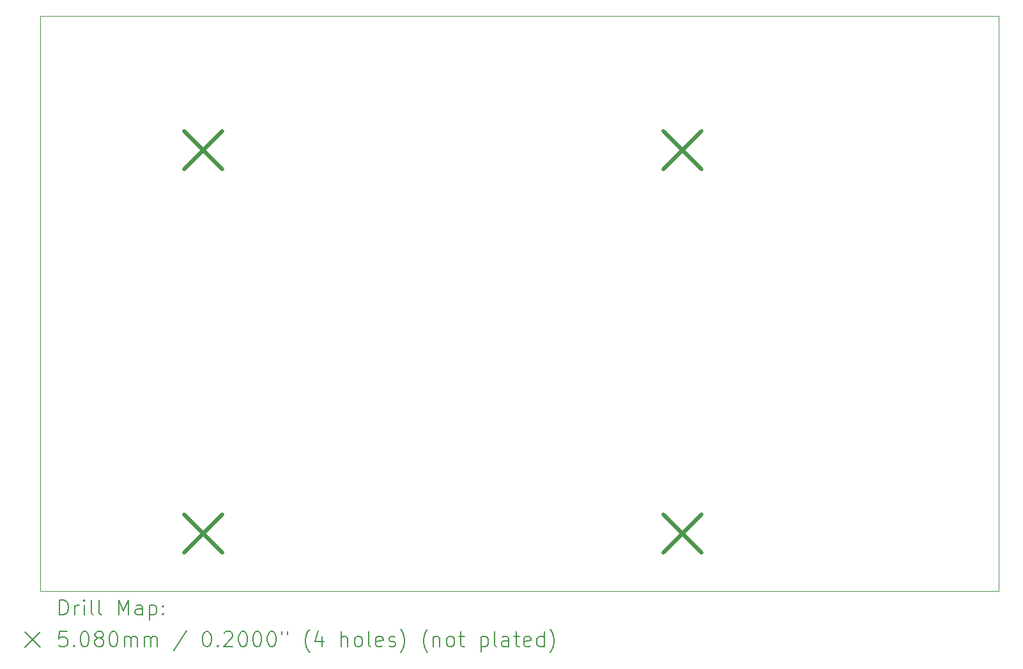
<source format=gbr>
%TF.GenerationSoftware,KiCad,Pcbnew,(6.0.7)*%
%TF.CreationDate,2022-09-18T10:38:15-04:00*%
%TF.ProjectId,C64PowerSupply,43363450-6f77-4657-9253-7570706c792e,B*%
%TF.SameCoordinates,Original*%
%TF.FileFunction,Drillmap*%
%TF.FilePolarity,Positive*%
%FSLAX45Y45*%
G04 Gerber Fmt 4.5, Leading zero omitted, Abs format (unit mm)*
G04 Created by KiCad (PCBNEW (6.0.7)) date 2022-09-18 10:38:15*
%MOMM*%
%LPD*%
G01*
G04 APERTURE LIST*
%ADD10C,0.050000*%
%ADD11C,0.200000*%
%ADD12C,0.508000*%
G04 APERTURE END LIST*
D10*
X19558000Y-5080000D02*
X6858000Y-5080000D01*
X6858000Y-5080000D02*
X6858000Y-12700000D01*
X6858000Y-12700000D02*
X19558000Y-12700000D01*
X19558000Y-12700000D02*
X19558000Y-5080000D01*
D11*
D12*
X8763000Y-6604000D02*
X9271000Y-7112000D01*
X9271000Y-6604000D02*
X8763000Y-7112000D01*
X8763000Y-11684000D02*
X9271000Y-12192000D01*
X9271000Y-11684000D02*
X8763000Y-12192000D01*
X15113000Y-6604000D02*
X15621000Y-7112000D01*
X15621000Y-6604000D02*
X15113000Y-7112000D01*
X15113000Y-11684000D02*
X15621000Y-12192000D01*
X15621000Y-11684000D02*
X15113000Y-12192000D01*
D11*
X7113119Y-13012976D02*
X7113119Y-12812976D01*
X7160738Y-12812976D01*
X7189309Y-12822500D01*
X7208357Y-12841548D01*
X7217881Y-12860595D01*
X7227405Y-12898690D01*
X7227405Y-12927262D01*
X7217881Y-12965357D01*
X7208357Y-12984405D01*
X7189309Y-13003452D01*
X7160738Y-13012976D01*
X7113119Y-13012976D01*
X7313119Y-13012976D02*
X7313119Y-12879643D01*
X7313119Y-12917738D02*
X7322643Y-12898690D01*
X7332167Y-12889167D01*
X7351214Y-12879643D01*
X7370262Y-12879643D01*
X7436928Y-13012976D02*
X7436928Y-12879643D01*
X7436928Y-12812976D02*
X7427405Y-12822500D01*
X7436928Y-12832024D01*
X7446452Y-12822500D01*
X7436928Y-12812976D01*
X7436928Y-12832024D01*
X7560738Y-13012976D02*
X7541690Y-13003452D01*
X7532167Y-12984405D01*
X7532167Y-12812976D01*
X7665500Y-13012976D02*
X7646452Y-13003452D01*
X7636928Y-12984405D01*
X7636928Y-12812976D01*
X7894071Y-13012976D02*
X7894071Y-12812976D01*
X7960738Y-12955833D01*
X8027405Y-12812976D01*
X8027405Y-13012976D01*
X8208357Y-13012976D02*
X8208357Y-12908214D01*
X8198833Y-12889167D01*
X8179786Y-12879643D01*
X8141690Y-12879643D01*
X8122643Y-12889167D01*
X8208357Y-13003452D02*
X8189309Y-13012976D01*
X8141690Y-13012976D01*
X8122643Y-13003452D01*
X8113119Y-12984405D01*
X8113119Y-12965357D01*
X8122643Y-12946309D01*
X8141690Y-12936786D01*
X8189309Y-12936786D01*
X8208357Y-12927262D01*
X8303595Y-12879643D02*
X8303595Y-13079643D01*
X8303595Y-12889167D02*
X8322643Y-12879643D01*
X8360738Y-12879643D01*
X8379786Y-12889167D01*
X8389310Y-12898690D01*
X8398833Y-12917738D01*
X8398833Y-12974881D01*
X8389310Y-12993928D01*
X8379786Y-13003452D01*
X8360738Y-13012976D01*
X8322643Y-13012976D01*
X8303595Y-13003452D01*
X8484548Y-12993928D02*
X8494071Y-13003452D01*
X8484548Y-13012976D01*
X8475024Y-13003452D01*
X8484548Y-12993928D01*
X8484548Y-13012976D01*
X8484548Y-12889167D02*
X8494071Y-12898690D01*
X8484548Y-12908214D01*
X8475024Y-12898690D01*
X8484548Y-12889167D01*
X8484548Y-12908214D01*
X6655500Y-13242500D02*
X6855500Y-13442500D01*
X6855500Y-13242500D02*
X6655500Y-13442500D01*
X7208357Y-13232976D02*
X7113119Y-13232976D01*
X7103595Y-13328214D01*
X7113119Y-13318690D01*
X7132167Y-13309167D01*
X7179786Y-13309167D01*
X7198833Y-13318690D01*
X7208357Y-13328214D01*
X7217881Y-13347262D01*
X7217881Y-13394881D01*
X7208357Y-13413928D01*
X7198833Y-13423452D01*
X7179786Y-13432976D01*
X7132167Y-13432976D01*
X7113119Y-13423452D01*
X7103595Y-13413928D01*
X7303595Y-13413928D02*
X7313119Y-13423452D01*
X7303595Y-13432976D01*
X7294071Y-13423452D01*
X7303595Y-13413928D01*
X7303595Y-13432976D01*
X7436928Y-13232976D02*
X7455976Y-13232976D01*
X7475024Y-13242500D01*
X7484548Y-13252024D01*
X7494071Y-13271071D01*
X7503595Y-13309167D01*
X7503595Y-13356786D01*
X7494071Y-13394881D01*
X7484548Y-13413928D01*
X7475024Y-13423452D01*
X7455976Y-13432976D01*
X7436928Y-13432976D01*
X7417881Y-13423452D01*
X7408357Y-13413928D01*
X7398833Y-13394881D01*
X7389309Y-13356786D01*
X7389309Y-13309167D01*
X7398833Y-13271071D01*
X7408357Y-13252024D01*
X7417881Y-13242500D01*
X7436928Y-13232976D01*
X7617881Y-13318690D02*
X7598833Y-13309167D01*
X7589309Y-13299643D01*
X7579786Y-13280595D01*
X7579786Y-13271071D01*
X7589309Y-13252024D01*
X7598833Y-13242500D01*
X7617881Y-13232976D01*
X7655976Y-13232976D01*
X7675024Y-13242500D01*
X7684548Y-13252024D01*
X7694071Y-13271071D01*
X7694071Y-13280595D01*
X7684548Y-13299643D01*
X7675024Y-13309167D01*
X7655976Y-13318690D01*
X7617881Y-13318690D01*
X7598833Y-13328214D01*
X7589309Y-13337738D01*
X7579786Y-13356786D01*
X7579786Y-13394881D01*
X7589309Y-13413928D01*
X7598833Y-13423452D01*
X7617881Y-13432976D01*
X7655976Y-13432976D01*
X7675024Y-13423452D01*
X7684548Y-13413928D01*
X7694071Y-13394881D01*
X7694071Y-13356786D01*
X7684548Y-13337738D01*
X7675024Y-13328214D01*
X7655976Y-13318690D01*
X7817881Y-13232976D02*
X7836928Y-13232976D01*
X7855976Y-13242500D01*
X7865500Y-13252024D01*
X7875024Y-13271071D01*
X7884548Y-13309167D01*
X7884548Y-13356786D01*
X7875024Y-13394881D01*
X7865500Y-13413928D01*
X7855976Y-13423452D01*
X7836928Y-13432976D01*
X7817881Y-13432976D01*
X7798833Y-13423452D01*
X7789309Y-13413928D01*
X7779786Y-13394881D01*
X7770262Y-13356786D01*
X7770262Y-13309167D01*
X7779786Y-13271071D01*
X7789309Y-13252024D01*
X7798833Y-13242500D01*
X7817881Y-13232976D01*
X7970262Y-13432976D02*
X7970262Y-13299643D01*
X7970262Y-13318690D02*
X7979786Y-13309167D01*
X7998833Y-13299643D01*
X8027405Y-13299643D01*
X8046452Y-13309167D01*
X8055976Y-13328214D01*
X8055976Y-13432976D01*
X8055976Y-13328214D02*
X8065500Y-13309167D01*
X8084548Y-13299643D01*
X8113119Y-13299643D01*
X8132167Y-13309167D01*
X8141690Y-13328214D01*
X8141690Y-13432976D01*
X8236928Y-13432976D02*
X8236928Y-13299643D01*
X8236928Y-13318690D02*
X8246452Y-13309167D01*
X8265500Y-13299643D01*
X8294071Y-13299643D01*
X8313119Y-13309167D01*
X8322643Y-13328214D01*
X8322643Y-13432976D01*
X8322643Y-13328214D02*
X8332167Y-13309167D01*
X8351214Y-13299643D01*
X8379786Y-13299643D01*
X8398833Y-13309167D01*
X8408357Y-13328214D01*
X8408357Y-13432976D01*
X8798833Y-13223452D02*
X8627405Y-13480595D01*
X9055976Y-13232976D02*
X9075024Y-13232976D01*
X9094071Y-13242500D01*
X9103595Y-13252024D01*
X9113119Y-13271071D01*
X9122643Y-13309167D01*
X9122643Y-13356786D01*
X9113119Y-13394881D01*
X9103595Y-13413928D01*
X9094071Y-13423452D01*
X9075024Y-13432976D01*
X9055976Y-13432976D01*
X9036929Y-13423452D01*
X9027405Y-13413928D01*
X9017881Y-13394881D01*
X9008357Y-13356786D01*
X9008357Y-13309167D01*
X9017881Y-13271071D01*
X9027405Y-13252024D01*
X9036929Y-13242500D01*
X9055976Y-13232976D01*
X9208357Y-13413928D02*
X9217881Y-13423452D01*
X9208357Y-13432976D01*
X9198833Y-13423452D01*
X9208357Y-13413928D01*
X9208357Y-13432976D01*
X9294071Y-13252024D02*
X9303595Y-13242500D01*
X9322643Y-13232976D01*
X9370262Y-13232976D01*
X9389310Y-13242500D01*
X9398833Y-13252024D01*
X9408357Y-13271071D01*
X9408357Y-13290119D01*
X9398833Y-13318690D01*
X9284548Y-13432976D01*
X9408357Y-13432976D01*
X9532167Y-13232976D02*
X9551214Y-13232976D01*
X9570262Y-13242500D01*
X9579786Y-13252024D01*
X9589310Y-13271071D01*
X9598833Y-13309167D01*
X9598833Y-13356786D01*
X9589310Y-13394881D01*
X9579786Y-13413928D01*
X9570262Y-13423452D01*
X9551214Y-13432976D01*
X9532167Y-13432976D01*
X9513119Y-13423452D01*
X9503595Y-13413928D01*
X9494071Y-13394881D01*
X9484548Y-13356786D01*
X9484548Y-13309167D01*
X9494071Y-13271071D01*
X9503595Y-13252024D01*
X9513119Y-13242500D01*
X9532167Y-13232976D01*
X9722643Y-13232976D02*
X9741690Y-13232976D01*
X9760738Y-13242500D01*
X9770262Y-13252024D01*
X9779786Y-13271071D01*
X9789310Y-13309167D01*
X9789310Y-13356786D01*
X9779786Y-13394881D01*
X9770262Y-13413928D01*
X9760738Y-13423452D01*
X9741690Y-13432976D01*
X9722643Y-13432976D01*
X9703595Y-13423452D01*
X9694071Y-13413928D01*
X9684548Y-13394881D01*
X9675024Y-13356786D01*
X9675024Y-13309167D01*
X9684548Y-13271071D01*
X9694071Y-13252024D01*
X9703595Y-13242500D01*
X9722643Y-13232976D01*
X9913119Y-13232976D02*
X9932167Y-13232976D01*
X9951214Y-13242500D01*
X9960738Y-13252024D01*
X9970262Y-13271071D01*
X9979786Y-13309167D01*
X9979786Y-13356786D01*
X9970262Y-13394881D01*
X9960738Y-13413928D01*
X9951214Y-13423452D01*
X9932167Y-13432976D01*
X9913119Y-13432976D01*
X9894071Y-13423452D01*
X9884548Y-13413928D01*
X9875024Y-13394881D01*
X9865500Y-13356786D01*
X9865500Y-13309167D01*
X9875024Y-13271071D01*
X9884548Y-13252024D01*
X9894071Y-13242500D01*
X9913119Y-13232976D01*
X10055976Y-13232976D02*
X10055976Y-13271071D01*
X10132167Y-13232976D02*
X10132167Y-13271071D01*
X10427405Y-13509167D02*
X10417881Y-13499643D01*
X10398833Y-13471071D01*
X10389310Y-13452024D01*
X10379786Y-13423452D01*
X10370262Y-13375833D01*
X10370262Y-13337738D01*
X10379786Y-13290119D01*
X10389310Y-13261548D01*
X10398833Y-13242500D01*
X10417881Y-13213928D01*
X10427405Y-13204405D01*
X10589310Y-13299643D02*
X10589310Y-13432976D01*
X10541690Y-13223452D02*
X10494071Y-13366309D01*
X10617881Y-13366309D01*
X10846452Y-13432976D02*
X10846452Y-13232976D01*
X10932167Y-13432976D02*
X10932167Y-13328214D01*
X10922643Y-13309167D01*
X10903595Y-13299643D01*
X10875024Y-13299643D01*
X10855976Y-13309167D01*
X10846452Y-13318690D01*
X11055976Y-13432976D02*
X11036929Y-13423452D01*
X11027405Y-13413928D01*
X11017881Y-13394881D01*
X11017881Y-13337738D01*
X11027405Y-13318690D01*
X11036929Y-13309167D01*
X11055976Y-13299643D01*
X11084548Y-13299643D01*
X11103595Y-13309167D01*
X11113119Y-13318690D01*
X11122643Y-13337738D01*
X11122643Y-13394881D01*
X11113119Y-13413928D01*
X11103595Y-13423452D01*
X11084548Y-13432976D01*
X11055976Y-13432976D01*
X11236928Y-13432976D02*
X11217881Y-13423452D01*
X11208357Y-13404405D01*
X11208357Y-13232976D01*
X11389309Y-13423452D02*
X11370262Y-13432976D01*
X11332167Y-13432976D01*
X11313119Y-13423452D01*
X11303595Y-13404405D01*
X11303595Y-13328214D01*
X11313119Y-13309167D01*
X11332167Y-13299643D01*
X11370262Y-13299643D01*
X11389309Y-13309167D01*
X11398833Y-13328214D01*
X11398833Y-13347262D01*
X11303595Y-13366309D01*
X11475024Y-13423452D02*
X11494071Y-13432976D01*
X11532167Y-13432976D01*
X11551214Y-13423452D01*
X11560738Y-13404405D01*
X11560738Y-13394881D01*
X11551214Y-13375833D01*
X11532167Y-13366309D01*
X11503595Y-13366309D01*
X11484548Y-13356786D01*
X11475024Y-13337738D01*
X11475024Y-13328214D01*
X11484548Y-13309167D01*
X11503595Y-13299643D01*
X11532167Y-13299643D01*
X11551214Y-13309167D01*
X11627405Y-13509167D02*
X11636928Y-13499643D01*
X11655976Y-13471071D01*
X11665500Y-13452024D01*
X11675024Y-13423452D01*
X11684548Y-13375833D01*
X11684548Y-13337738D01*
X11675024Y-13290119D01*
X11665500Y-13261548D01*
X11655976Y-13242500D01*
X11636928Y-13213928D01*
X11627405Y-13204405D01*
X11989309Y-13509167D02*
X11979786Y-13499643D01*
X11960738Y-13471071D01*
X11951214Y-13452024D01*
X11941690Y-13423452D01*
X11932167Y-13375833D01*
X11932167Y-13337738D01*
X11941690Y-13290119D01*
X11951214Y-13261548D01*
X11960738Y-13242500D01*
X11979786Y-13213928D01*
X11989309Y-13204405D01*
X12065500Y-13299643D02*
X12065500Y-13432976D01*
X12065500Y-13318690D02*
X12075024Y-13309167D01*
X12094071Y-13299643D01*
X12122643Y-13299643D01*
X12141690Y-13309167D01*
X12151214Y-13328214D01*
X12151214Y-13432976D01*
X12275024Y-13432976D02*
X12255976Y-13423452D01*
X12246452Y-13413928D01*
X12236928Y-13394881D01*
X12236928Y-13337738D01*
X12246452Y-13318690D01*
X12255976Y-13309167D01*
X12275024Y-13299643D01*
X12303595Y-13299643D01*
X12322643Y-13309167D01*
X12332167Y-13318690D01*
X12341690Y-13337738D01*
X12341690Y-13394881D01*
X12332167Y-13413928D01*
X12322643Y-13423452D01*
X12303595Y-13432976D01*
X12275024Y-13432976D01*
X12398833Y-13299643D02*
X12475024Y-13299643D01*
X12427405Y-13232976D02*
X12427405Y-13404405D01*
X12436928Y-13423452D01*
X12455976Y-13432976D01*
X12475024Y-13432976D01*
X12694071Y-13299643D02*
X12694071Y-13499643D01*
X12694071Y-13309167D02*
X12713119Y-13299643D01*
X12751214Y-13299643D01*
X12770262Y-13309167D01*
X12779786Y-13318690D01*
X12789309Y-13337738D01*
X12789309Y-13394881D01*
X12779786Y-13413928D01*
X12770262Y-13423452D01*
X12751214Y-13432976D01*
X12713119Y-13432976D01*
X12694071Y-13423452D01*
X12903595Y-13432976D02*
X12884548Y-13423452D01*
X12875024Y-13404405D01*
X12875024Y-13232976D01*
X13065500Y-13432976D02*
X13065500Y-13328214D01*
X13055976Y-13309167D01*
X13036928Y-13299643D01*
X12998833Y-13299643D01*
X12979786Y-13309167D01*
X13065500Y-13423452D02*
X13046452Y-13432976D01*
X12998833Y-13432976D01*
X12979786Y-13423452D01*
X12970262Y-13404405D01*
X12970262Y-13385357D01*
X12979786Y-13366309D01*
X12998833Y-13356786D01*
X13046452Y-13356786D01*
X13065500Y-13347262D01*
X13132167Y-13299643D02*
X13208357Y-13299643D01*
X13160738Y-13232976D02*
X13160738Y-13404405D01*
X13170262Y-13423452D01*
X13189309Y-13432976D01*
X13208357Y-13432976D01*
X13351214Y-13423452D02*
X13332167Y-13432976D01*
X13294071Y-13432976D01*
X13275024Y-13423452D01*
X13265500Y-13404405D01*
X13265500Y-13328214D01*
X13275024Y-13309167D01*
X13294071Y-13299643D01*
X13332167Y-13299643D01*
X13351214Y-13309167D01*
X13360738Y-13328214D01*
X13360738Y-13347262D01*
X13265500Y-13366309D01*
X13532167Y-13432976D02*
X13532167Y-13232976D01*
X13532167Y-13423452D02*
X13513119Y-13432976D01*
X13475024Y-13432976D01*
X13455976Y-13423452D01*
X13446452Y-13413928D01*
X13436928Y-13394881D01*
X13436928Y-13337738D01*
X13446452Y-13318690D01*
X13455976Y-13309167D01*
X13475024Y-13299643D01*
X13513119Y-13299643D01*
X13532167Y-13309167D01*
X13608357Y-13509167D02*
X13617881Y-13499643D01*
X13636928Y-13471071D01*
X13646452Y-13452024D01*
X13655976Y-13423452D01*
X13665500Y-13375833D01*
X13665500Y-13337738D01*
X13655976Y-13290119D01*
X13646452Y-13261548D01*
X13636928Y-13242500D01*
X13617881Y-13213928D01*
X13608357Y-13204405D01*
M02*

</source>
